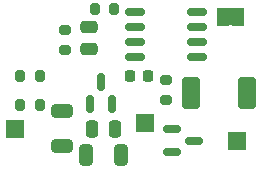
<source format=gbr>
%TF.GenerationSoftware,KiCad,Pcbnew,9.0.1*%
%TF.CreationDate,2025-06-02T23:11:02-07:00*%
%TF.ProjectId,vmon,766d6f6e-2e6b-4696-9361-645f70636258,rev?*%
%TF.SameCoordinates,PXe4e1c0PY121eac0*%
%TF.FileFunction,Soldermask,Top*%
%TF.FilePolarity,Negative*%
%FSLAX46Y46*%
G04 Gerber Fmt 4.6, Leading zero omitted, Abs format (unit mm)*
G04 Created by KiCad (PCBNEW 9.0.1) date 2025-06-02 23:11:02*
%MOMM*%
%LPD*%
G01*
G04 APERTURE LIST*
G04 Aperture macros list*
%AMRoundRect*
0 Rectangle with rounded corners*
0 $1 Rounding radius*
0 $2 $3 $4 $5 $6 $7 $8 $9 X,Y pos of 4 corners*
0 Add a 4 corners polygon primitive as box body*
4,1,4,$2,$3,$4,$5,$6,$7,$8,$9,$2,$3,0*
0 Add four circle primitives for the rounded corners*
1,1,$1+$1,$2,$3*
1,1,$1+$1,$4,$5*
1,1,$1+$1,$6,$7*
1,1,$1+$1,$8,$9*
0 Add four rect primitives between the rounded corners*
20,1,$1+$1,$2,$3,$4,$5,0*
20,1,$1+$1,$4,$5,$6,$7,0*
20,1,$1+$1,$6,$7,$8,$9,0*
20,1,$1+$1,$8,$9,$2,$3,0*%
G04 Aperture macros list end*
%ADD10RoundRect,0.200000X-0.200000X-0.275000X0.200000X-0.275000X0.200000X0.275000X-0.200000X0.275000X0*%
%ADD11RoundRect,0.250000X0.325000X0.650000X-0.325000X0.650000X-0.325000X-0.650000X0.325000X-0.650000X0*%
%ADD12RoundRect,0.200000X0.200000X0.275000X-0.200000X0.275000X-0.200000X-0.275000X0.200000X-0.275000X0*%
%ADD13RoundRect,0.250000X-0.500000X-1.100000X0.500000X-1.100000X0.500000X1.100000X-0.500000X1.100000X0*%
%ADD14RoundRect,0.150000X0.150000X-0.587500X0.150000X0.587500X-0.150000X0.587500X-0.150000X-0.587500X0*%
%ADD15RoundRect,0.150000X-0.675000X-0.150000X0.675000X-0.150000X0.675000X0.150000X-0.675000X0.150000X0*%
%ADD16RoundRect,0.200000X0.275000X-0.200000X0.275000X0.200000X-0.275000X0.200000X-0.275000X-0.200000X0*%
%ADD17RoundRect,0.250000X0.475000X-0.250000X0.475000X0.250000X-0.475000X0.250000X-0.475000X-0.250000X0*%
%ADD18R,1.000000X1.500000*%
%ADD19RoundRect,0.225000X-0.225000X-0.250000X0.225000X-0.250000X0.225000X0.250000X-0.225000X0.250000X0*%
%ADD20R,1.500000X1.500000*%
%ADD21RoundRect,0.150000X-0.587500X-0.150000X0.587500X-0.150000X0.587500X0.150000X-0.587500X0.150000X0*%
%ADD22RoundRect,0.250000X0.250000X0.475000X-0.250000X0.475000X-0.250000X-0.475000X0.250000X-0.475000X0*%
%ADD23RoundRect,0.250000X-0.650000X0.325000X-0.650000X-0.325000X0.650000X-0.325000X0.650000X0.325000X0*%
%ADD24RoundRect,0.200000X-0.275000X0.200000X-0.275000X-0.200000X0.275000X-0.200000X0.275000X0.200000X0*%
G04 APERTURE END LIST*
%TO.C,TP1*%
G36*
X27650000Y-3750000D02*
G01*
X27350000Y-3750000D01*
X27350000Y-2250000D01*
X27650000Y-2250000D01*
X27650000Y-3750000D01*
G37*
%TD*%
D10*
%TO.C,R1*%
X9675000Y-8050000D03*
X11325000Y-8050000D03*
%TD*%
D11*
%TO.C,C5*%
X18225000Y-14750000D03*
X15275000Y-14750000D03*
%TD*%
D12*
%TO.C,R5*%
X17650000Y-2400000D03*
X16000000Y-2400000D03*
%TD*%
D13*
%TO.C,D1*%
X24100000Y-9500000D03*
X28900000Y-9500000D03*
%TD*%
D14*
%TO.C,U2*%
X15550000Y-10437500D03*
X17450000Y-10437500D03*
X16500000Y-8562500D03*
%TD*%
D15*
%TO.C,U1*%
X19375000Y-2645000D03*
X19375000Y-3915000D03*
X19375000Y-5185000D03*
X19375000Y-6455000D03*
X24625000Y-6455000D03*
X24625000Y-5185000D03*
X24625000Y-3915000D03*
X24625000Y-2645000D03*
%TD*%
D16*
%TO.C,R2*%
X13500000Y-5825000D03*
X13500000Y-4175000D03*
%TD*%
D10*
%TO.C,R4*%
X9675000Y-10500000D03*
X11325000Y-10500000D03*
%TD*%
D17*
%TO.C,C1*%
X15500000Y-5787500D03*
X15500000Y-3887500D03*
%TD*%
D18*
%TO.C,TP1*%
X28150000Y-3000000D03*
X26850000Y-3000000D03*
%TD*%
D19*
%TO.C,C4*%
X18950000Y-8000000D03*
X20500000Y-8000000D03*
%TD*%
D20*
%TO.C,TP4*%
X9250000Y-12500000D03*
%TD*%
%TO.C,TP2*%
X20250000Y-12000000D03*
%TD*%
%TO.C,TP3*%
X28000000Y-13500000D03*
%TD*%
D21*
%TO.C,Q1*%
X22562500Y-12550000D03*
X22562500Y-14450000D03*
X24437500Y-13500000D03*
%TD*%
D22*
%TO.C,C3*%
X17700000Y-12500000D03*
X15800000Y-12500000D03*
%TD*%
D23*
%TO.C,C2*%
X13250000Y-11000000D03*
X13250000Y-13950000D03*
%TD*%
D24*
%TO.C,R3*%
X22000000Y-8375000D03*
X22000000Y-10025000D03*
%TD*%
M02*

</source>
